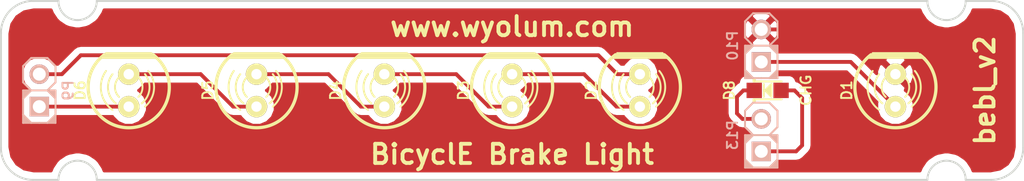
<source format=kicad_pcb>
(kicad_pcb (version 4) (host pcbnew "(2014-09-25 BZR 5147)-product")

  (general
    (links 10)
    (no_connects 0)
    (area 31.030167 64.924999 114.075001 79.075001)
    (thickness 1.6)
    (drawings 23)
    (tracks 32)
    (zones 0)
    (modules 10)
    (nets 11)
  )

  (page A4)
  (layers
    (0 F.Cu signal)
    (31 B.Cu signal)
    (32 B.Adhes user)
    (33 F.Adhes user)
    (34 B.Paste user)
    (35 F.Paste user)
    (36 B.SilkS user)
    (37 F.SilkS user)
    (38 B.Mask user)
    (39 F.Mask user)
    (40 Dwgs.User user)
    (41 Cmts.User user)
    (42 Eco1.User user)
    (43 Eco2.User user)
    (44 Edge.Cuts user)
    (45 Margin user)
    (46 B.CrtYd user)
    (47 F.CrtYd user)
    (48 B.Fab user)
    (49 F.Fab user)
  )

  (setup
    (last_trace_width 0.3)
    (user_trace_width 0.2)
    (user_trace_width 0.3)
    (trace_clearance 0.25)
    (zone_clearance 0.508)
    (zone_45_only no)
    (trace_min 0.2)
    (segment_width 0.2)
    (edge_width 0.15)
    (via_size 0.889)
    (via_drill 0.635)
    (via_min_size 0.889)
    (via_min_drill 0.508)
    (uvia_size 0.508)
    (uvia_drill 0.127)
    (uvias_allowed no)
    (uvia_min_size 0.508)
    (uvia_min_drill 0.127)
    (pcb_text_width 0.3)
    (pcb_text_size 1.5 1.5)
    (mod_edge_width 0.15)
    (mod_text_size 0.8 0.8)
    (mod_text_width 0.15)
    (pad_size 1.524 1.524)
    (pad_drill 1.016)
    (pad_to_mask_clearance 0.2)
    (aux_axis_origin 0 0)
    (visible_elements 7FFFFF7F)
    (pcbplotparams
      (layerselection 0x00030_80000001)
      (usegerberextensions false)
      (excludeedgelayer true)
      (linewidth 0.100000)
      (plotframeref false)
      (viasonmask false)
      (mode 1)
      (useauxorigin false)
      (hpglpennumber 1)
      (hpglpenspeed 20)
      (hpglpendiameter 15)
      (hpglpenoverlay 2)
      (psnegative false)
      (psa4output false)
      (plotreference true)
      (plotvalue true)
      (plotinvisibletext false)
      (padsonsilk false)
      (subtractmaskfromsilk false)
      (outputformat 1)
      (mirror false)
      (drillshape 1)
      (scaleselection 1)
      (outputdirectory ""))
  )

  (net 0 "")
  (net 1 "Net-(D2-Pad1)")
  (net 2 "Net-(D3-Pad1)")
  (net 3 "Net-(D4-Pad1)")
  (net 4 "Net-(D5-Pad1)")
  (net 5 "Net-(D8-Pad2)")
  (net 6 /D1A)
  (net 7 /D1K)
  (net 8 /CATH)
  (net 9 /ANOD)
  (net 10 "Net-(D8-Pad1)")

  (net_class Default "This is the default net class."
    (clearance 0.25)
    (trace_width 0.3)
    (via_dia 0.889)
    (via_drill 0.635)
    (uvia_dia 0.508)
    (uvia_drill 0.127)
    (add_net /ANOD)
    (add_net /CATH)
    (add_net /D1A)
    (add_net /D1K)
    (add_net "Net-(D2-Pad1)")
    (add_net "Net-(D3-Pad1)")
    (add_net "Net-(D4-Pad1)")
    (add_net "Net-(D5-Pad1)")
    (add_net "Net-(D8-Pad1)")
    (add_net "Net-(D8-Pad2)")
  )

  (net_class 0.2mm ""
    (clearance 0.2)
    (trace_width 0.2)
    (via_dia 0.889)
    (via_drill 0.635)
    (uvia_dia 0.508)
    (uvia_drill 0.127)
  )

  (module bebl_v2_pretty:pin_strip_2 (layer B.Cu) (tedit 5451D922) (tstamp 544EEEB9)
    (at 93.5 75.5 90)
    (descr "Pin strip 2pin")
    (tags "CONN DEV")
    (path /544EF97E)
    (fp_text reference P13 (at 0 -2.25 90) (layer B.SilkS)
      (effects (font (size 0.8 0.8) (thickness 0.15)) (justify mirror))
    )
    (fp_text value LED_CHG (at 0 -3.1115 90) (layer B.SilkS) hide
      (effects (font (size 0.8 0.8) (thickness 0.15)) (justify mirror))
    )
    (fp_line (start -2.159 1.2065) (end -2.159 1.0795) (layer B.SilkS) (width 0.1524))
    (fp_line (start -2.286 1.2065) (end -2.286 0.9525) (layer B.SilkS) (width 0.1524))
    (fp_line (start -2.413 1.2065) (end -2.413 0.8255) (layer B.SilkS) (width 0.1524))
    (fp_line (start -0.381 1.2065) (end -0.381 1.0795) (layer B.SilkS) (width 0.1524))
    (fp_line (start -0.254 1.2065) (end -0.254 0.9525) (layer B.SilkS) (width 0.1524))
    (fp_line (start -0.127 1.2065) (end -0.127 0.8255) (layer B.SilkS) (width 0.1524))
    (fp_line (start -0.381 -1.2065) (end -0.381 -1.0795) (layer B.SilkS) (width 0.1524))
    (fp_line (start -0.254 -1.2065) (end -0.254 -0.9525) (layer B.SilkS) (width 0.1524))
    (fp_line (start -0.127 -1.2065) (end -0.127 -0.8255) (layer B.SilkS) (width 0.1524))
    (fp_line (start -2.159 -1.2065) (end -2.159 -1.0795) (layer B.SilkS) (width 0.1524))
    (fp_line (start -2.286 -1.2065) (end -2.286 -0.9525) (layer B.SilkS) (width 0.1524))
    (fp_line (start -2.413 -1.2065) (end -2.413 -0.8255) (layer B.SilkS) (width 0.1524))
    (fp_line (start -1.905 -1.27) (end -2.54 -1.27) (layer B.SilkS) (width 0.1524))
    (fp_line (start -2.54 -1.27) (end -2.54 -0.635) (layer B.SilkS) (width 0.1524))
    (fp_line (start 0 -0.635) (end 0 -1.27) (layer B.SilkS) (width 0.1524))
    (fp_line (start 0 -1.27) (end -0.635 -1.27) (layer B.SilkS) (width 0.1524))
    (fp_line (start -0.635 1.27) (end 0 1.27) (layer B.SilkS) (width 0.1524))
    (fp_line (start 0 1.27) (end 0 0.6985) (layer B.SilkS) (width 0.1524))
    (fp_line (start -2.54 0.635) (end -2.54 1.27) (layer B.SilkS) (width 0.1524))
    (fp_line (start -2.54 1.27) (end -1.905 1.27) (layer B.SilkS) (width 0.1524))
    (fp_line (start 0 0.635) (end 0 -0.635) (layer B.SilkS) (width 0.1524))
    (fp_line (start -2.54 0) (end -2.54 -0.635) (layer B.SilkS) (width 0.1524))
    (fp_line (start -2.54 -0.635) (end -1.905 -1.27) (layer B.SilkS) (width 0.1524))
    (fp_line (start -1.905 -1.27) (end -0.635 -1.27) (layer B.SilkS) (width 0.1524))
    (fp_line (start -0.635 -1.27) (end 0 -0.635) (layer B.SilkS) (width 0.1524))
    (fp_line (start 0 -0.635) (end 0.635 -1.27) (layer B.SilkS) (width 0.1524))
    (fp_line (start 0.635 -1.27) (end 1.905 -1.27) (layer B.SilkS) (width 0.1524))
    (fp_line (start 1.905 -1.27) (end 2.54 -0.635) (layer B.SilkS) (width 0.1524))
    (fp_line (start 2.54 -0.635) (end 2.54 0.635) (layer B.SilkS) (width 0.1524))
    (fp_line (start 2.54 0.635) (end 1.905 1.27) (layer B.SilkS) (width 0.1524))
    (fp_line (start 1.905 1.27) (end 0.635 1.27) (layer B.SilkS) (width 0.1524))
    (fp_line (start 0.635 1.27) (end 0 0.635) (layer B.SilkS) (width 0.1524))
    (fp_line (start 0 0.635) (end -0.635 1.27) (layer B.SilkS) (width 0.1524))
    (fp_line (start -0.635 1.27) (end -1.905 1.27) (layer B.SilkS) (width 0.1524))
    (fp_line (start -1.905 1.27) (end -2.54 0.635) (layer B.SilkS) (width 0.1524))
    (fp_line (start -2.54 0.635) (end -2.54 0) (layer B.SilkS) (width 0.1524))
    (pad 1 thru_hole rect (at -1.27 0 90) (size 1.524 1.524) (drill 1.016) (layers *.Cu *.Mask B.SilkS)
      (net 10 "Net-(D8-Pad1)"))
    (pad 2 thru_hole circle (at 1.27 0 90) (size 1.524 1.524) (drill 1.016) (layers *.Cu *.Mask B.SilkS)
      (net 5 "Net-(D8-Pad2)"))
    (model /home/samata/projects-git/bebl_v2/kicad/3d_modules/pin_strip_2.wrl
      (at (xyz 0 0 0))
      (scale (xyz 1 1 1))
      (rotate (xyz 0 0 0))
    )
    (model /home/anool/projects-git/bebl_v2/kicad/3d_modules/pin_strip_2.wrl
      (at (xyz 0 0 0))
      (scale (xyz 1 1 1))
      (rotate (xyz 0 0 0))
    )
  )

  (module bebl_v2_pretty:pin_strip_2 (layer B.Cu) (tedit 5451D929) (tstamp 544E5706)
    (at 37 72 90)
    (descr "Pin strip 2pin")
    (tags "CONN DEV")
    (path /544E73AB)
    (fp_text reference P9 (at 0 2.25 90) (layer B.SilkS)
      (effects (font (size 0.8 0.8) (thickness 0.15)) (justify mirror))
    )
    (fp_text value LED_DRV (at 0 -3.1115 90) (layer B.SilkS) hide
      (effects (font (size 0.8 0.8) (thickness 0.15)) (justify mirror))
    )
    (fp_line (start -2.159 1.2065) (end -2.159 1.0795) (layer B.SilkS) (width 0.1524))
    (fp_line (start -2.286 1.2065) (end -2.286 0.9525) (layer B.SilkS) (width 0.1524))
    (fp_line (start -2.413 1.2065) (end -2.413 0.8255) (layer B.SilkS) (width 0.1524))
    (fp_line (start -0.381 1.2065) (end -0.381 1.0795) (layer B.SilkS) (width 0.1524))
    (fp_line (start -0.254 1.2065) (end -0.254 0.9525) (layer B.SilkS) (width 0.1524))
    (fp_line (start -0.127 1.2065) (end -0.127 0.8255) (layer B.SilkS) (width 0.1524))
    (fp_line (start -0.381 -1.2065) (end -0.381 -1.0795) (layer B.SilkS) (width 0.1524))
    (fp_line (start -0.254 -1.2065) (end -0.254 -0.9525) (layer B.SilkS) (width 0.1524))
    (fp_line (start -0.127 -1.2065) (end -0.127 -0.8255) (layer B.SilkS) (width 0.1524))
    (fp_line (start -2.159 -1.2065) (end -2.159 -1.0795) (layer B.SilkS) (width 0.1524))
    (fp_line (start -2.286 -1.2065) (end -2.286 -0.9525) (layer B.SilkS) (width 0.1524))
    (fp_line (start -2.413 -1.2065) (end -2.413 -0.8255) (layer B.SilkS) (width 0.1524))
    (fp_line (start -1.905 -1.27) (end -2.54 -1.27) (layer B.SilkS) (width 0.1524))
    (fp_line (start -2.54 -1.27) (end -2.54 -0.635) (layer B.SilkS) (width 0.1524))
    (fp_line (start 0 -0.635) (end 0 -1.27) (layer B.SilkS) (width 0.1524))
    (fp_line (start 0 -1.27) (end -0.635 -1.27) (layer B.SilkS) (width 0.1524))
    (fp_line (start -0.635 1.27) (end 0 1.27) (layer B.SilkS) (width 0.1524))
    (fp_line (start 0 1.27) (end 0 0.6985) (layer B.SilkS) (width 0.1524))
    (fp_line (start -2.54 0.635) (end -2.54 1.27) (layer B.SilkS) (width 0.1524))
    (fp_line (start -2.54 1.27) (end -1.905 1.27) (layer B.SilkS) (width 0.1524))
    (fp_line (start 0 0.635) (end 0 -0.635) (layer B.SilkS) (width 0.1524))
    (fp_line (start -2.54 0) (end -2.54 -0.635) (layer B.SilkS) (width 0.1524))
    (fp_line (start -2.54 -0.635) (end -1.905 -1.27) (layer B.SilkS) (width 0.1524))
    (fp_line (start -1.905 -1.27) (end -0.635 -1.27) (layer B.SilkS) (width 0.1524))
    (fp_line (start -0.635 -1.27) (end 0 -0.635) (layer B.SilkS) (width 0.1524))
    (fp_line (start 0 -0.635) (end 0.635 -1.27) (layer B.SilkS) (width 0.1524))
    (fp_line (start 0.635 -1.27) (end 1.905 -1.27) (layer B.SilkS) (width 0.1524))
    (fp_line (start 1.905 -1.27) (end 2.54 -0.635) (layer B.SilkS) (width 0.1524))
    (fp_line (start 2.54 -0.635) (end 2.54 0.635) (layer B.SilkS) (width 0.1524))
    (fp_line (start 2.54 0.635) (end 1.905 1.27) (layer B.SilkS) (width 0.1524))
    (fp_line (start 1.905 1.27) (end 0.635 1.27) (layer B.SilkS) (width 0.1524))
    (fp_line (start 0.635 1.27) (end 0 0.635) (layer B.SilkS) (width 0.1524))
    (fp_line (start 0 0.635) (end -0.635 1.27) (layer B.SilkS) (width 0.1524))
    (fp_line (start -0.635 1.27) (end -1.905 1.27) (layer B.SilkS) (width 0.1524))
    (fp_line (start -1.905 1.27) (end -2.54 0.635) (layer B.SilkS) (width 0.1524))
    (fp_line (start -2.54 0.635) (end -2.54 0) (layer B.SilkS) (width 0.1524))
    (pad 1 thru_hole rect (at -1.27 0 90) (size 1.524 1.524) (drill 1.016) (layers *.Cu *.Mask B.SilkS)
      (net 9 /ANOD))
    (pad 2 thru_hole circle (at 1.27 0 90) (size 1.524 1.524) (drill 1.016) (layers *.Cu *.Mask B.SilkS)
      (net 8 /CATH))
    (model /home/samata/projects-git/bebl_v2/kicad/3d_modules/pin_strip_2.wrl
      (at (xyz 0 0 0))
      (scale (xyz 1 1 1))
      (rotate (xyz 0 0 0))
    )
    (model /home/anool/projects-git/bebl_v2/kicad/3d_modules/pin_strip_2.wrl
      (at (xyz 0 0 0))
      (scale (xyz 1 1 1))
      (rotate (xyz 0 0 0))
    )
  )

  (module bebl_v2_pretty:pin_strip_2 (layer B.Cu) (tedit 5451D924) (tstamp 544E5730)
    (at 93.5 68.5 90)
    (descr "Pin strip 2pin")
    (tags "CONN DEV")
    (path /544F01FA)
    (fp_text reference P10 (at 0 -2.25 90) (layer B.SilkS)
      (effects (font (size 0.8 0.8) (thickness 0.15)) (justify mirror))
    )
    (fp_text value LED_DRL (at 0 -3.1115 90) (layer B.SilkS) hide
      (effects (font (size 0.8 0.8) (thickness 0.15)) (justify mirror))
    )
    (fp_line (start -2.159 1.2065) (end -2.159 1.0795) (layer B.SilkS) (width 0.1524))
    (fp_line (start -2.286 1.2065) (end -2.286 0.9525) (layer B.SilkS) (width 0.1524))
    (fp_line (start -2.413 1.2065) (end -2.413 0.8255) (layer B.SilkS) (width 0.1524))
    (fp_line (start -0.381 1.2065) (end -0.381 1.0795) (layer B.SilkS) (width 0.1524))
    (fp_line (start -0.254 1.2065) (end -0.254 0.9525) (layer B.SilkS) (width 0.1524))
    (fp_line (start -0.127 1.2065) (end -0.127 0.8255) (layer B.SilkS) (width 0.1524))
    (fp_line (start -0.381 -1.2065) (end -0.381 -1.0795) (layer B.SilkS) (width 0.1524))
    (fp_line (start -0.254 -1.2065) (end -0.254 -0.9525) (layer B.SilkS) (width 0.1524))
    (fp_line (start -0.127 -1.2065) (end -0.127 -0.8255) (layer B.SilkS) (width 0.1524))
    (fp_line (start -2.159 -1.2065) (end -2.159 -1.0795) (layer B.SilkS) (width 0.1524))
    (fp_line (start -2.286 -1.2065) (end -2.286 -0.9525) (layer B.SilkS) (width 0.1524))
    (fp_line (start -2.413 -1.2065) (end -2.413 -0.8255) (layer B.SilkS) (width 0.1524))
    (fp_line (start -1.905 -1.27) (end -2.54 -1.27) (layer B.SilkS) (width 0.1524))
    (fp_line (start -2.54 -1.27) (end -2.54 -0.635) (layer B.SilkS) (width 0.1524))
    (fp_line (start 0 -0.635) (end 0 -1.27) (layer B.SilkS) (width 0.1524))
    (fp_line (start 0 -1.27) (end -0.635 -1.27) (layer B.SilkS) (width 0.1524))
    (fp_line (start -0.635 1.27) (end 0 1.27) (layer B.SilkS) (width 0.1524))
    (fp_line (start 0 1.27) (end 0 0.6985) (layer B.SilkS) (width 0.1524))
    (fp_line (start -2.54 0.635) (end -2.54 1.27) (layer B.SilkS) (width 0.1524))
    (fp_line (start -2.54 1.27) (end -1.905 1.27) (layer B.SilkS) (width 0.1524))
    (fp_line (start 0 0.635) (end 0 -0.635) (layer B.SilkS) (width 0.1524))
    (fp_line (start -2.54 0) (end -2.54 -0.635) (layer B.SilkS) (width 0.1524))
    (fp_line (start -2.54 -0.635) (end -1.905 -1.27) (layer B.SilkS) (width 0.1524))
    (fp_line (start -1.905 -1.27) (end -0.635 -1.27) (layer B.SilkS) (width 0.1524))
    (fp_line (start -0.635 -1.27) (end 0 -0.635) (layer B.SilkS) (width 0.1524))
    (fp_line (start 0 -0.635) (end 0.635 -1.27) (layer B.SilkS) (width 0.1524))
    (fp_line (start 0.635 -1.27) (end 1.905 -1.27) (layer B.SilkS) (width 0.1524))
    (fp_line (start 1.905 -1.27) (end 2.54 -0.635) (layer B.SilkS) (width 0.1524))
    (fp_line (start 2.54 -0.635) (end 2.54 0.635) (layer B.SilkS) (width 0.1524))
    (fp_line (start 2.54 0.635) (end 1.905 1.27) (layer B.SilkS) (width 0.1524))
    (fp_line (start 1.905 1.27) (end 0.635 1.27) (layer B.SilkS) (width 0.1524))
    (fp_line (start 0.635 1.27) (end 0 0.635) (layer B.SilkS) (width 0.1524))
    (fp_line (start 0 0.635) (end -0.635 1.27) (layer B.SilkS) (width 0.1524))
    (fp_line (start -0.635 1.27) (end -1.905 1.27) (layer B.SilkS) (width 0.1524))
    (fp_line (start -1.905 1.27) (end -2.54 0.635) (layer B.SilkS) (width 0.1524))
    (fp_line (start -2.54 0.635) (end -2.54 0) (layer B.SilkS) (width 0.1524))
    (pad 1 thru_hole rect (at -1.27 0 90) (size 1.524 1.524) (drill 1.016) (layers *.Cu *.Mask B.SilkS)
      (net 6 /D1A))
    (pad 2 thru_hole circle (at 1.27 0 90) (size 1.524 1.524) (drill 1.016) (layers *.Cu *.Mask B.SilkS)
      (net 7 /D1K))
    (model /home/samata/projects-git/bebl_v2/kicad/3d_modules/pin_strip_2.wrl
      (at (xyz 0 0 0))
      (scale (xyz 1 1 1))
      (rotate (xyz 0 0 0))
    )
    (model /home/anool/projects-git/bebl_v2/kicad/3d_modules/pin_strip_2.wrl
      (at (xyz 0 0 0))
      (scale (xyz 1 1 1))
      (rotate (xyz 0 0 0))
    )
  )

  (module bebl_v2_pretty:LED-5MM (layer F.Cu) (tedit 5451D684) (tstamp 54545D2F)
    (at 104 72 90)
    (descr "LED 5mm - Lead pitch 100mil (2,54mm)")
    (tags "LED led 5mm 5MM 100mil 2,54mm")
    (path /5431586D)
    (fp_text reference D1 (at 0 -3.81 90) (layer F.SilkS)
      (effects (font (size 0.8 0.8) (thickness 0.15)))
    )
    (fp_text value DRL (at 0 3.81 90) (layer F.SilkS) hide
      (effects (font (size 0.8 0.8) (thickness 0.15)))
    )
    (fp_line (start 2.921 1.778) (end 2.921 -1.778) (layer F.SilkS) (width 0.15))
    (fp_line (start 2.794 -1.905) (end 2.794 1.905) (layer F.SilkS) (width 0.15))
    (fp_line (start 2.667 2.032) (end 2.667 -1.905) (layer F.SilkS) (width 0.15))
    (fp_line (start 2.54 -2.032) (end 2.54 2.286) (layer F.SilkS) (width 0.15))
    (fp_arc (start 0.254 0) (end 1.524 1.524) (angle 90) (layer F.SilkS) (width 0.15))
    (fp_arc (start 0.254 0) (end 1.27 1.27) (angle 90) (layer F.SilkS) (width 0.15))
    (fp_arc (start 0.254 0) (end 1.016 0.762) (angle 90) (layer F.SilkS) (width 0.15))
    (fp_arc (start 0.254 0) (end -1.524 -1.27) (angle 90) (layer F.SilkS) (width 0.15))
    (fp_arc (start 0.254 0) (end -1.016 -1.016) (angle 90) (layer F.SilkS) (width 0.15))
    (fp_arc (start 0.254 0) (end -0.508 -0.762) (angle 90) (layer F.SilkS) (width 0.15))
    (fp_arc (start 0.254 0) (end 2.794 1.905) (angle 286.2) (layer F.SilkS) (width 0.254))
    (pad 1 thru_hole circle (at -1.27 0 90) (size 1.6764 1.6764) (drill 0.8128) (layers *.Cu *.Mask F.SilkS)
      (net 6 /D1A))
    (pad 2 thru_hole circle (at 1.27 0 90) (size 1.6764 1.6764) (drill 0.8128) (layers *.Cu *.Mask F.SilkS)
      (net 7 /D1K))
    (model /home/samata/projects-git/bebl_v2/kicad/3d_modules/led5_vertical.wrl
      (at (xyz 0 0 0))
      (scale (xyz 1 1 1))
      (rotate (xyz 0 0 0))
    )
    (model /home/anool/projects-git/bebl_v2/kicad/3d_modules/led5_vertical.wrl
      (at (xyz 0 0 0))
      (scale (xyz 1 1 1))
      (rotate (xyz 0 0 0))
    )
  )

  (module bebl_v2_pretty:LED-5MM (layer F.Cu) (tedit 5451D67E) (tstamp 54545D40)
    (at 84 72 90)
    (descr "LED 5mm - Lead pitch 100mil (2,54mm)")
    (tags "LED led 5mm 5MM 100mil 2,54mm")
    (path /54487929)
    (fp_text reference D2 (at 0 -3.81 90) (layer F.SilkS)
      (effects (font (size 0.8 0.8) (thickness 0.15)))
    )
    (fp_text value LED_R (at 0 3.81 90) (layer F.SilkS) hide
      (effects (font (size 0.8 0.8) (thickness 0.15)))
    )
    (fp_line (start 2.921 1.778) (end 2.921 -1.778) (layer F.SilkS) (width 0.15))
    (fp_line (start 2.794 -1.905) (end 2.794 1.905) (layer F.SilkS) (width 0.15))
    (fp_line (start 2.667 2.032) (end 2.667 -1.905) (layer F.SilkS) (width 0.15))
    (fp_line (start 2.54 -2.032) (end 2.54 2.286) (layer F.SilkS) (width 0.15))
    (fp_arc (start 0.254 0) (end 1.524 1.524) (angle 90) (layer F.SilkS) (width 0.15))
    (fp_arc (start 0.254 0) (end 1.27 1.27) (angle 90) (layer F.SilkS) (width 0.15))
    (fp_arc (start 0.254 0) (end 1.016 0.762) (angle 90) (layer F.SilkS) (width 0.15))
    (fp_arc (start 0.254 0) (end -1.524 -1.27) (angle 90) (layer F.SilkS) (width 0.15))
    (fp_arc (start 0.254 0) (end -1.016 -1.016) (angle 90) (layer F.SilkS) (width 0.15))
    (fp_arc (start 0.254 0) (end -0.508 -0.762) (angle 90) (layer F.SilkS) (width 0.15))
    (fp_arc (start 0.254 0) (end 2.794 1.905) (angle 286.2) (layer F.SilkS) (width 0.254))
    (pad 1 thru_hole circle (at -1.27 0 90) (size 1.6764 1.6764) (drill 0.8128) (layers *.Cu *.Mask F.SilkS)
      (net 1 "Net-(D2-Pad1)"))
    (pad 2 thru_hole circle (at 1.27 0 90) (size 1.6764 1.6764) (drill 0.8128) (layers *.Cu *.Mask F.SilkS)
      (net 8 /CATH))
    (model /home/samata/projects-git/bebl_v2/kicad/3d_modules/led5_vertical.wrl
      (at (xyz 0 0 0))
      (scale (xyz 1 1 1))
      (rotate (xyz 0 0 0))
    )
    (model /home/anool/projects-git/bebl_v2/kicad/3d_modules/led5_vertical.wrl
      (at (xyz 0 0 0))
      (scale (xyz 1 1 1))
      (rotate (xyz 0 0 0))
    )
  )

  (module bebl_v2_pretty:LED-5MM (layer F.Cu) (tedit 5451D67C) (tstamp 54545D51)
    (at 74 72 90)
    (descr "LED 5mm - Lead pitch 100mil (2,54mm)")
    (tags "LED led 5mm 5MM 100mil 2,54mm")
    (path /54487F12)
    (fp_text reference D3 (at 0 -3.81 90) (layer F.SilkS)
      (effects (font (size 0.8 0.8) (thickness 0.15)))
    )
    (fp_text value LED_R (at 0 3.81 90) (layer F.SilkS) hide
      (effects (font (size 0.8 0.8) (thickness 0.15)))
    )
    (fp_line (start 2.921 1.778) (end 2.921 -1.778) (layer F.SilkS) (width 0.15))
    (fp_line (start 2.794 -1.905) (end 2.794 1.905) (layer F.SilkS) (width 0.15))
    (fp_line (start 2.667 2.032) (end 2.667 -1.905) (layer F.SilkS) (width 0.15))
    (fp_line (start 2.54 -2.032) (end 2.54 2.286) (layer F.SilkS) (width 0.15))
    (fp_arc (start 0.254 0) (end 1.524 1.524) (angle 90) (layer F.SilkS) (width 0.15))
    (fp_arc (start 0.254 0) (end 1.27 1.27) (angle 90) (layer F.SilkS) (width 0.15))
    (fp_arc (start 0.254 0) (end 1.016 0.762) (angle 90) (layer F.SilkS) (width 0.15))
    (fp_arc (start 0.254 0) (end -1.524 -1.27) (angle 90) (layer F.SilkS) (width 0.15))
    (fp_arc (start 0.254 0) (end -1.016 -1.016) (angle 90) (layer F.SilkS) (width 0.15))
    (fp_arc (start 0.254 0) (end -0.508 -0.762) (angle 90) (layer F.SilkS) (width 0.15))
    (fp_arc (start 0.254 0) (end 2.794 1.905) (angle 286.2) (layer F.SilkS) (width 0.254))
    (pad 1 thru_hole circle (at -1.27 0 90) (size 1.6764 1.6764) (drill 0.8128) (layers *.Cu *.Mask F.SilkS)
      (net 2 "Net-(D3-Pad1)"))
    (pad 2 thru_hole circle (at 1.27 0 90) (size 1.6764 1.6764) (drill 0.8128) (layers *.Cu *.Mask F.SilkS)
      (net 1 "Net-(D2-Pad1)"))
    (model /home/samata/projects-git/bebl_v2/kicad/3d_modules/led5_vertical.wrl
      (at (xyz 0 0 0))
      (scale (xyz 1 1 1))
      (rotate (xyz 0 0 0))
    )
    (model /home/anool/projects-git/bebl_v2/kicad/3d_modules/led5_vertical.wrl
      (at (xyz 0 0 0))
      (scale (xyz 1 1 1))
      (rotate (xyz 0 0 0))
    )
  )

  (module bebl_v2_pretty:LED-5MM (layer F.Cu) (tedit 5451D679) (tstamp 54545D62)
    (at 64 72 90)
    (descr "LED 5mm - Lead pitch 100mil (2,54mm)")
    (tags "LED led 5mm 5MM 100mil 2,54mm")
    (path /5448813C)
    (fp_text reference D4 (at 0 -3.81 90) (layer F.SilkS)
      (effects (font (size 0.8 0.8) (thickness 0.15)))
    )
    (fp_text value LED_R (at 0 3.81 90) (layer F.SilkS) hide
      (effects (font (size 0.8 0.8) (thickness 0.15)))
    )
    (fp_line (start 2.921 1.778) (end 2.921 -1.778) (layer F.SilkS) (width 0.15))
    (fp_line (start 2.794 -1.905) (end 2.794 1.905) (layer F.SilkS) (width 0.15))
    (fp_line (start 2.667 2.032) (end 2.667 -1.905) (layer F.SilkS) (width 0.15))
    (fp_line (start 2.54 -2.032) (end 2.54 2.286) (layer F.SilkS) (width 0.15))
    (fp_arc (start 0.254 0) (end 1.524 1.524) (angle 90) (layer F.SilkS) (width 0.15))
    (fp_arc (start 0.254 0) (end 1.27 1.27) (angle 90) (layer F.SilkS) (width 0.15))
    (fp_arc (start 0.254 0) (end 1.016 0.762) (angle 90) (layer F.SilkS) (width 0.15))
    (fp_arc (start 0.254 0) (end -1.524 -1.27) (angle 90) (layer F.SilkS) (width 0.15))
    (fp_arc (start 0.254 0) (end -1.016 -1.016) (angle 90) (layer F.SilkS) (width 0.15))
    (fp_arc (start 0.254 0) (end -0.508 -0.762) (angle 90) (layer F.SilkS) (width 0.15))
    (fp_arc (start 0.254 0) (end 2.794 1.905) (angle 286.2) (layer F.SilkS) (width 0.254))
    (pad 1 thru_hole circle (at -1.27 0 90) (size 1.6764 1.6764) (drill 0.8128) (layers *.Cu *.Mask F.SilkS)
      (net 3 "Net-(D4-Pad1)"))
    (pad 2 thru_hole circle (at 1.27 0 90) (size 1.6764 1.6764) (drill 0.8128) (layers *.Cu *.Mask F.SilkS)
      (net 2 "Net-(D3-Pad1)"))
    (model /home/samata/projects-git/bebl_v2/kicad/3d_modules/led5_vertical.wrl
      (at (xyz 0 0 0))
      (scale (xyz 1 1 1))
      (rotate (xyz 0 0 0))
    )
    (model /home/anool/projects-git/bebl_v2/kicad/3d_modules/led5_vertical.wrl
      (at (xyz 0 0 0))
      (scale (xyz 1 1 1))
      (rotate (xyz 0 0 0))
    )
  )

  (module bebl_v2_pretty:LED-5MM (layer F.Cu) (tedit 5451D677) (tstamp 54545D73)
    (at 54 72 90)
    (descr "LED 5mm - Lead pitch 100mil (2,54mm)")
    (tags "LED led 5mm 5MM 100mil 2,54mm")
    (path /5448836F)
    (fp_text reference D5 (at 0 -3.81 90) (layer F.SilkS)
      (effects (font (size 0.8 0.8) (thickness 0.15)))
    )
    (fp_text value LED_R (at 0 3.81 90) (layer F.SilkS) hide
      (effects (font (size 0.8 0.8) (thickness 0.15)))
    )
    (fp_line (start 2.921 1.778) (end 2.921 -1.778) (layer F.SilkS) (width 0.15))
    (fp_line (start 2.794 -1.905) (end 2.794 1.905) (layer F.SilkS) (width 0.15))
    (fp_line (start 2.667 2.032) (end 2.667 -1.905) (layer F.SilkS) (width 0.15))
    (fp_line (start 2.54 -2.032) (end 2.54 2.286) (layer F.SilkS) (width 0.15))
    (fp_arc (start 0.254 0) (end 1.524 1.524) (angle 90) (layer F.SilkS) (width 0.15))
    (fp_arc (start 0.254 0) (end 1.27 1.27) (angle 90) (layer F.SilkS) (width 0.15))
    (fp_arc (start 0.254 0) (end 1.016 0.762) (angle 90) (layer F.SilkS) (width 0.15))
    (fp_arc (start 0.254 0) (end -1.524 -1.27) (angle 90) (layer F.SilkS) (width 0.15))
    (fp_arc (start 0.254 0) (end -1.016 -1.016) (angle 90) (layer F.SilkS) (width 0.15))
    (fp_arc (start 0.254 0) (end -0.508 -0.762) (angle 90) (layer F.SilkS) (width 0.15))
    (fp_arc (start 0.254 0) (end 2.794 1.905) (angle 286.2) (layer F.SilkS) (width 0.254))
    (pad 1 thru_hole circle (at -1.27 0 90) (size 1.6764 1.6764) (drill 0.8128) (layers *.Cu *.Mask F.SilkS)
      (net 4 "Net-(D5-Pad1)"))
    (pad 2 thru_hole circle (at 1.27 0 90) (size 1.6764 1.6764) (drill 0.8128) (layers *.Cu *.Mask F.SilkS)
      (net 3 "Net-(D4-Pad1)"))
    (model /home/samata/projects-git/bebl_v2/kicad/3d_modules/led5_vertical.wrl
      (at (xyz 0 0 0))
      (scale (xyz 1 1 1))
      (rotate (xyz 0 0 0))
    )
    (model /home/anool/projects-git/bebl_v2/kicad/3d_modules/led5_vertical.wrl
      (at (xyz 0 0 0))
      (scale (xyz 1 1 1))
      (rotate (xyz 0 0 0))
    )
  )

  (module bebl_v2_pretty:LED-5MM (layer F.Cu) (tedit 5451D674) (tstamp 54545D84)
    (at 44 72 90)
    (descr "LED 5mm - Lead pitch 100mil (2,54mm)")
    (tags "LED led 5mm 5MM 100mil 2,54mm")
    (path /544885AB)
    (fp_text reference D6 (at 0 -3.81 90) (layer F.SilkS)
      (effects (font (size 0.8 0.8) (thickness 0.15)))
    )
    (fp_text value LED_R (at 0 3.81 90) (layer F.SilkS) hide
      (effects (font (size 0.8 0.8) (thickness 0.15)))
    )
    (fp_line (start 2.921 1.778) (end 2.921 -1.778) (layer F.SilkS) (width 0.15))
    (fp_line (start 2.794 -1.905) (end 2.794 1.905) (layer F.SilkS) (width 0.15))
    (fp_line (start 2.667 2.032) (end 2.667 -1.905) (layer F.SilkS) (width 0.15))
    (fp_line (start 2.54 -2.032) (end 2.54 2.286) (layer F.SilkS) (width 0.15))
    (fp_arc (start 0.254 0) (end 1.524 1.524) (angle 90) (layer F.SilkS) (width 0.15))
    (fp_arc (start 0.254 0) (end 1.27 1.27) (angle 90) (layer F.SilkS) (width 0.15))
    (fp_arc (start 0.254 0) (end 1.016 0.762) (angle 90) (layer F.SilkS) (width 0.15))
    (fp_arc (start 0.254 0) (end -1.524 -1.27) (angle 90) (layer F.SilkS) (width 0.15))
    (fp_arc (start 0.254 0) (end -1.016 -1.016) (angle 90) (layer F.SilkS) (width 0.15))
    (fp_arc (start 0.254 0) (end -0.508 -0.762) (angle 90) (layer F.SilkS) (width 0.15))
    (fp_arc (start 0.254 0) (end 2.794 1.905) (angle 286.2) (layer F.SilkS) (width 0.254))
    (pad 1 thru_hole circle (at -1.27 0 90) (size 1.6764 1.6764) (drill 0.8128) (layers *.Cu *.Mask F.SilkS)
      (net 9 /ANOD))
    (pad 2 thru_hole circle (at 1.27 0 90) (size 1.6764 1.6764) (drill 0.8128) (layers *.Cu *.Mask F.SilkS)
      (net 4 "Net-(D5-Pad1)"))
    (model /home/samata/projects-git/bebl_v2/kicad/3d_modules/led5_vertical.wrl
      (at (xyz 0 0 0))
      (scale (xyz 1 1 1))
      (rotate (xyz 0 0 0))
    )
    (model /home/anool/projects-git/bebl_v2/kicad/3d_modules/led5_vertical.wrl
      (at (xyz 0 0 0))
      (scale (xyz 1 1 1))
      (rotate (xyz 0 0 0))
    )
  )

  (module bebl_v2_pretty:LED-0805 (layer F.Cu) (tedit 5451D697) (tstamp 54545DB2)
    (at 94 72 180)
    (descr "LED 0805 smd package")
    (tags "LED 0805 SMD")
    (path /5415E4A0)
    (attr smd)
    (fp_text reference D8 (at 3 0 270) (layer F.SilkS)
      (effects (font (size 0.8 0.8) (thickness 0.15)))
    )
    (fp_text value CHG (at -3 0 270) (layer F.SilkS)
      (effects (font (size 0.8 0.8) (thickness 0.15)))
    )
    (fp_line (start 0.3 -0.5) (end 0.3 0.5) (layer F.SilkS) (width 0.15))
    (fp_line (start 0.1 0.1) (end 0.1 -0.1) (layer F.SilkS) (width 0.15))
    (fp_line (start 0 -0.2) (end 0 0.2) (layer F.SilkS) (width 0.15))
    (fp_line (start -0.1 0.3) (end -0.1 -0.3) (layer F.SilkS) (width 0.15))
    (fp_line (start -0.2 -0.4) (end -0.2 0.4) (layer F.SilkS) (width 0.15))
    (fp_line (start -0.3 -0.5) (end -0.3 0.5) (layer F.SilkS) (width 0.15))
    (fp_line (start -0.3 0.5) (end 0.2 0) (layer F.SilkS) (width 0.15))
    (fp_line (start 0.2 0) (end -0.3 -0.5) (layer F.SilkS) (width 0.15))
    (fp_line (start 1.1 0.7) (end 1.1 0.9) (layer F.SilkS) (width 0.15))
    (fp_line (start 1.1 0.9) (end 1 0.9) (layer F.SilkS) (width 0.15))
    (fp_line (start 1 0.9) (end 1 0.7) (layer F.SilkS) (width 0.15))
    (fp_line (start 1.1 -0.7) (end 1.1 -0.9) (layer F.SilkS) (width 0.15))
    (fp_line (start 1.1 -0.9) (end 1 -0.9) (layer F.SilkS) (width 0.15))
    (fp_line (start 1 -0.9) (end 1 -0.7) (layer F.SilkS) (width 0.15))
    (fp_line (start -1.1 -0.7) (end 1.1 -0.7) (layer F.SilkS) (width 0.15))
    (fp_line (start 1.1 0.7) (end -1.1 0.7) (layer F.SilkS) (width 0.15))
    (pad 1 smd rect (at -1.05 0 180) (size 1.2 1.2) (layers F.Cu F.Paste F.Mask)
      (net 10 "Net-(D8-Pad1)"))
    (pad 2 smd rect (at 1.05 0 180) (size 1.2 1.2) (layers F.Cu F.Paste F.Mask)
      (net 5 "Net-(D8-Pad2)"))
    (model /home/samata/projects-git/bebl_v2/kicad/3d_modules/cree_clm3c.wrl
      (at (xyz 0 0 0))
      (scale (xyz 1 1 1))
      (rotate (xyz 0 0 0))
    )
    (model /home/anool/projects-git/bebl_v2/kicad/3d_modules/cree_clm3c.wrl
      (at (xyz 0 0 0))
      (scale (xyz 1 1 1))
      (rotate (xyz 0 0 0))
    )
  )

  (gr_line (start 106.5 65) (end 41.5 65) (angle 90) (layer Edge.Cuts) (width 0.15))
  (gr_text "BicyclE Brake Light" (at 74 77) (layer F.SilkS)
    (effects (font (size 1.5 1.5) (thickness 0.3)))
  )
  (gr_text bebl_v2 (at 111 72 90) (layer F.SilkS)
    (effects (font (size 1.5 1.5) (thickness 0.3)))
  )
  (gr_text www.wyolum.com (at 74 67) (layer F.SilkS)
    (effects (font (size 1.5 1.5) (thickness 0.3)))
  )
  (gr_line (start 36.5 65) (end 38.5 65) (angle 90) (layer Edge.Cuts) (width 0.15))
  (gr_line (start 34 76.5) (end 34 67.5) (angle 90) (layer Edge.Cuts) (width 0.15))
  (gr_line (start 36.5 79) (end 38.5 79) (angle 90) (layer Edge.Cuts) (width 0.15))
  (gr_arc (start 36.5 76.5) (end 36.5 79) (angle 90) (layer Edge.Cuts) (width 0.15))
  (gr_arc (start 36.5 67.5) (end 34 67.5) (angle 90) (layer Edge.Cuts) (width 0.15))
  (gr_line (start 111.5 65) (end 109.5 65) (angle 90) (layer Edge.Cuts) (width 0.15))
  (gr_line (start 114 76.5) (end 114 67.5) (angle 90) (layer Edge.Cuts) (width 0.15))
  (gr_line (start 111.5 79) (end 109.5 79) (angle 90) (layer Edge.Cuts) (width 0.15))
  (gr_arc (start 111.5 76.5) (end 114 76.5) (angle 90) (layer Edge.Cuts) (width 0.15))
  (gr_arc (start 111.5 67.5) (end 111.5 65) (angle 90) (layer Edge.Cuts) (width 0.15))
  (gr_line (start 41.5 79) (end 106.5 79) (angle 90) (layer Edge.Cuts) (width 0.15))
  (gr_arc (start 40 79) (end 40 77.5) (angle 90) (layer Edge.Cuts) (width 0.15))
  (gr_arc (start 40 79) (end 38.5 79) (angle 90) (layer Edge.Cuts) (width 0.15))
  (gr_arc (start 40 65) (end 40 66.5) (angle 90) (layer Edge.Cuts) (width 0.15))
  (gr_arc (start 40 65) (end 41.5 65) (angle 90) (layer Edge.Cuts) (width 0.15))
  (gr_arc (start 108 79) (end 108 77.5) (angle 90) (layer Edge.Cuts) (width 0.15))
  (gr_arc (start 108 79) (end 106.5 79) (angle 90) (layer Edge.Cuts) (width 0.15))
  (gr_arc (start 108 65) (end 108 66.5) (angle 90) (layer Edge.Cuts) (width 0.15))
  (gr_arc (start 108 65) (end 109.5 65) (angle 90) (layer Edge.Cuts) (width 0.15))

  (segment (start 74 70.73) (end 79.63 70.73) (width 0.3) (layer F.Cu) (net 1))
  (segment (start 82.17 73.27) (end 84 73.27) (width 0.3) (layer F.Cu) (net 1) (tstamp 5451D4E6))
  (segment (start 79.63 70.73) (end 82.17 73.27) (width 0.3) (layer F.Cu) (net 1) (tstamp 5451D4E4))
  (segment (start 64 70.73) (end 69.63 70.73) (width 0.3) (layer F.Cu) (net 2))
  (segment (start 72.17 73.27) (end 74 73.27) (width 0.3) (layer F.Cu) (net 2) (tstamp 5451D4E0))
  (segment (start 69.63 70.73) (end 72.17 73.27) (width 0.3) (layer F.Cu) (net 2) (tstamp 5451D4DE))
  (segment (start 54 70.73) (end 59.63 70.73) (width 0.3) (layer F.Cu) (net 3))
  (segment (start 62.17 73.27) (end 64 73.27) (width 0.3) (layer F.Cu) (net 3) (tstamp 5451D4DA))
  (segment (start 59.63 70.73) (end 62.17 73.27) (width 0.3) (layer F.Cu) (net 3) (tstamp 5451D4D8))
  (segment (start 44 70.73) (end 49.63 70.73) (width 0.3) (layer F.Cu) (net 4))
  (segment (start 52.17 73.27) (end 54 73.27) (width 0.3) (layer F.Cu) (net 4) (tstamp 5451D4D4))
  (segment (start 49.63 70.73) (end 52.17 73.27) (width 0.3) (layer F.Cu) (net 4) (tstamp 5451D4CD))
  (segment (start 92.1 72) (end 91.6 72.5) (width 0.3) (layer F.Cu) (net 5) (tstamp 545154C7))
  (segment (start 91.6 72.5) (end 91.6 73.8) (width 0.3) (layer F.Cu) (net 5) (tstamp 545154C8))
  (segment (start 91.6 73.8) (end 92.03 74.23) (width 0.3) (layer F.Cu) (net 5) (tstamp 545154C9))
  (segment (start 92.03 74.23) (end 93.5 74.23) (width 0.3) (layer F.Cu) (net 5) (tstamp 545154CA) (status 20))
  (segment (start 92.95 72) (end 92.1 72) (width 0.3) (layer F.Cu) (net 5) (status 10))
  (segment (start 93.5 69.77) (end 100.5 69.77) (width 0.3) (layer F.Cu) (net 6))
  (segment (start 100.5 69.77) (end 104 73.27) (width 0.3) (layer F.Cu) (net 6) (tstamp 5451D4C7))
  (segment (start 93.5 67.23) (end 100.5 67.23) (width 0.3) (layer F.Cu) (net 7))
  (segment (start 100.5 67.23) (end 104 70.73) (width 0.3) (layer F.Cu) (net 7) (tstamp 5451D4C2))
  (segment (start 37 70.73) (end 38.77 70.73) (width 0.3) (layer F.Cu) (net 8))
  (segment (start 82.23 70.73) (end 84 70.73) (width 0.3) (layer F.Cu) (net 8) (tstamp 5451D4F2))
  (segment (start 80.75 69.25) (end 82.23 70.73) (width 0.3) (layer F.Cu) (net 8) (tstamp 5451D4EE))
  (segment (start 40.25 69.25) (end 80.75 69.25) (width 0.3) (layer F.Cu) (net 8) (tstamp 5451D4EC))
  (segment (start 38.77 70.73) (end 40.25 69.25) (width 0.3) (layer F.Cu) (net 8) (tstamp 5451D4EA))
  (segment (start 37 73.27) (end 44 73.27) (width 0.3) (layer F.Cu) (net 9))
  (segment (start 96.23 76.77) (end 96.7 76.3) (width 0.3) (layer F.Cu) (net 10) (tstamp 545154CD))
  (segment (start 96.7 76.3) (end 96.7 72.6) (width 0.3) (layer F.Cu) (net 10) (tstamp 545154CE))
  (segment (start 96.7 72.6) (end 96.1 72) (width 0.3) (layer F.Cu) (net 10) (tstamp 545154CF))
  (segment (start 96.1 72) (end 95.05 72) (width 0.3) (layer F.Cu) (net 10) (tstamp 545154D0) (status 20))
  (segment (start 93.5 76.77) (end 96.23 76.77) (width 0.3) (layer F.Cu) (net 10) (status 10))

  (zone (net 7) (net_name /D1K) (layer F.Cu) (tstamp 5451D518) (hatch edge 0.508)
    (connect_pads (clearance 0.508))
    (min_thickness 0.254)
    (fill yes (arc_segments 16) (thermal_gap 0.508) (thermal_bridge_width 0.508))
    (polygon
      (pts
        (xy 114 79) (xy 34 79) (xy 34 65) (xy 114 65)
      )
    )
    (filled_polygon
      (pts
        (xy 113.29 76.430069) (xy 113.140893 77.17968) (xy 112.755885 77.755885) (xy 112.179682 78.140892) (xy 111.430069 78.29)
        (xy 110.082681 78.29) (xy 110.082176 78.287461) (xy 110.082176 78.28746) (xy 110.051125 78.212497) (xy 109.976163 78.03152)
        (xy 109.651003 77.544885) (xy 109.455115 77.348997) (xy 108.96848 77.023838) (xy 108.71254 76.917824) (xy 108.138515 76.803643)
        (xy 108.138514 76.803643) (xy 107.861486 76.803643) (xy 107.28746 76.917824) (xy 107.212497 76.948874) (xy 107.03152 77.023837)
        (xy 106.544885 77.348997) (xy 106.348997 77.544885) (xy 106.023838 78.03152) (xy 105.917824 78.28746) (xy 105.917318 78.29)
        (xy 105.484977 78.29) (xy 105.484977 70.955903) (xy 105.458389 70.370431) (xy 105.28549 69.953017) (xy 105.035413 69.874192)
        (xy 104.855808 70.053797) (xy 104.855808 69.694587) (xy 104.776983 69.44451) (xy 104.225903 69.245023) (xy 103.640431 69.271611)
        (xy 103.223017 69.44451) (xy 103.144192 69.694587) (xy 104 70.550395) (xy 104.855808 69.694587) (xy 104.855808 70.053797)
        (xy 104.179605 70.73) (xy 105.035413 71.585808) (xy 105.28549 71.506983) (xy 105.484977 70.955903) (xy 105.484977 78.29)
        (xy 105.473455 78.29) (xy 105.473455 72.978248) (xy 105.249647 72.436589) (xy 104.835591 72.02181) (xy 104.782004 71.999558)
        (xy 104.855808 71.765413) (xy 104 70.909605) (xy 103.985857 70.923747) (xy 103.806252 70.744142) (xy 103.820395 70.73)
        (xy 102.964587 69.874192) (xy 102.71451 69.953017) (xy 102.515023 70.504097) (xy 102.523147 70.682989) (xy 101.055079 69.214921)
        (xy 100.800407 69.044755) (xy 100.5 68.985) (xy 94.909144 68.985) (xy 94.909144 67.437698) (xy 94.881362 66.882632)
        (xy 94.722397 66.498857) (xy 94.480213 66.429392) (xy 94.300608 66.608997) (xy 94.300608 66.249787) (xy 94.231143 66.007603)
        (xy 93.707698 65.820856) (xy 93.152632 65.848638) (xy 92.768857 66.007603) (xy 92.699392 66.249787) (xy 93.5 67.050395)
        (xy 94.300608 66.249787) (xy 94.300608 66.608997) (xy 93.679605 67.23) (xy 94.480213 68.030608) (xy 94.722397 67.961143)
        (xy 94.909144 67.437698) (xy 94.909144 68.985) (xy 94.897 68.985) (xy 94.897 68.881691) (xy 94.800327 68.648302)
        (xy 94.621699 68.469673) (xy 94.38831 68.373) (xy 94.253916 68.373) (xy 94.300608 68.210213) (xy 93.5 67.409605)
        (xy 93.320395 67.58921) (xy 93.320395 67.23) (xy 92.519787 66.429392) (xy 92.277603 66.498857) (xy 92.090856 67.022302)
        (xy 92.118638 67.577368) (xy 92.277603 67.961143) (xy 92.519787 68.030608) (xy 93.320395 67.23) (xy 93.320395 67.58921)
        (xy 92.699392 68.210213) (xy 92.746083 68.373) (xy 92.611691 68.373) (xy 92.378302 68.469673) (xy 92.199673 68.648301)
        (xy 92.103 68.88169) (xy 92.103 69.134309) (xy 92.103 70.658309) (xy 92.158395 70.792046) (xy 91.990302 70.861673)
        (xy 91.811673 71.040301) (xy 91.715 71.27369) (xy 91.715 71.331278) (xy 91.544921 71.444921) (xy 91.044921 71.944921)
        (xy 90.874755 72.199593) (xy 90.815 72.5) (xy 90.815 73.8) (xy 90.874755 74.100407) (xy 91.044921 74.355079)
        (xy 91.474921 74.785079) (xy 91.729594 74.955245) (xy 92.03 75.015) (xy 92.312798 75.015) (xy 92.31499 75.020303)
        (xy 92.667071 75.373) (xy 92.611691 75.373) (xy 92.378302 75.469673) (xy 92.199673 75.648301) (xy 92.103 75.88169)
        (xy 92.103 76.134309) (xy 92.103 77.658309) (xy 92.199673 77.891698) (xy 92.378301 78.070327) (xy 92.61169 78.167)
        (xy 92.864309 78.167) (xy 94.388309 78.167) (xy 94.621698 78.070327) (xy 94.800327 77.891699) (xy 94.897 77.65831)
        (xy 94.897 77.555) (xy 96.23 77.555) (xy 96.530406 77.495245) (xy 96.530407 77.495245) (xy 96.785079 77.325079)
        (xy 97.255079 76.855079) (xy 97.425245 76.600407) (xy 97.425245 76.600406) (xy 97.485 76.3) (xy 97.485 72.6)
        (xy 97.425245 72.299594) (xy 97.425245 72.299593) (xy 97.255079 72.044921) (xy 96.655079 71.444921) (xy 96.400407 71.274755)
        (xy 96.275117 71.249833) (xy 96.188327 71.040302) (xy 96.009699 70.861673) (xy 95.77631 70.765) (xy 95.523691 70.765)
        (xy 94.852807 70.765) (xy 94.897 70.65831) (xy 94.897 70.555) (xy 100.174842 70.555) (xy 102.547143 72.9273)
        (xy 102.527056 72.975677) (xy 102.526545 73.561752) (xy 102.750353 74.103411) (xy 103.164409 74.51819) (xy 103.705677 74.742944)
        (xy 104.291752 74.743455) (xy 104.833411 74.519647) (xy 105.24819 74.105591) (xy 105.472944 73.564323) (xy 105.473455 72.978248)
        (xy 105.473455 78.29) (xy 85.473455 78.29) (xy 85.473455 72.978248) (xy 85.249647 72.436589) (xy 84.835591 72.02181)
        (xy 84.783608 72.000224) (xy 84.833411 71.979647) (xy 85.24819 71.565591) (xy 85.472944 71.024323) (xy 85.473455 70.438248)
        (xy 85.249647 69.896589) (xy 84.835591 69.48181) (xy 84.294323 69.257056) (xy 83.708248 69.256545) (xy 83.166589 69.480353)
        (xy 82.75181 69.894409) (xy 82.730802 69.945) (xy 82.555158 69.945) (xy 81.305079 68.694921) (xy 81.050407 68.524755)
        (xy 80.75 68.465) (xy 40.25 68.465) (xy 39.949593 68.524755) (xy 39.694921 68.694921) (xy 38.444842 69.945)
        (xy 38.187201 69.945) (xy 38.18501 69.939697) (xy 37.79237 69.546371) (xy 37.2791 69.333243) (xy 36.723339 69.332758)
        (xy 36.209697 69.54499) (xy 35.816371 69.93763) (xy 35.603243 70.4509) (xy 35.602758 71.006661) (xy 35.81499 71.520303)
        (xy 36.167071 71.873) (xy 36.111691 71.873) (xy 35.878302 71.969673) (xy 35.699673 72.148301) (xy 35.603 72.38169)
        (xy 35.603 72.634309) (xy 35.603 74.158309) (xy 35.699673 74.391698) (xy 35.878301 74.570327) (xy 36.11169 74.667)
        (xy 36.364309 74.667) (xy 37.888309 74.667) (xy 38.121698 74.570327) (xy 38.300327 74.391699) (xy 38.397 74.15831)
        (xy 38.397 74.055) (xy 42.73035 74.055) (xy 42.750353 74.103411) (xy 43.164409 74.51819) (xy 43.705677 74.742944)
        (xy 44.291752 74.743455) (xy 44.833411 74.519647) (xy 45.24819 74.105591) (xy 45.472944 73.564323) (xy 45.473455 72.978248)
        (xy 45.249647 72.436589) (xy 44.835591 72.02181) (xy 44.783608 72.000224) (xy 44.833411 71.979647) (xy 45.24819 71.565591)
        (xy 45.269197 71.515) (xy 49.304842 71.515) (xy 51.614921 73.825079) (xy 51.869593 73.995244) (xy 51.869594 73.995245)
        (xy 52.17 74.055) (xy 52.73035 74.055) (xy 52.750353 74.103411) (xy 53.164409 74.51819) (xy 53.705677 74.742944)
        (xy 54.291752 74.743455) (xy 54.833411 74.519647) (xy 55.24819 74.105591) (xy 55.472944 73.564323) (xy 55.473455 72.978248)
        (xy 55.249647 72.436589) (xy 54.835591 72.02181) (xy 54.783608 72.000224) (xy 54.833411 71.979647) (xy 55.24819 71.565591)
        (xy 55.269197 71.515) (xy 59.304842 71.515) (xy 61.614921 73.825079) (xy 61.869593 73.995244) (xy 61.869594 73.995245)
        (xy 62.17 74.055) (xy 62.73035 74.055) (xy 62.750353 74.103411) (xy 63.164409 74.51819) (xy 63.705677 74.742944)
        (xy 64.291752 74.743455) (xy 64.833411 74.519647) (xy 65.24819 74.105591) (xy 65.472944 73.564323) (xy 65.473455 72.978248)
        (xy 65.249647 72.436589) (xy 64.835591 72.02181) (xy 64.783608 72.000224) (xy 64.833411 71.979647) (xy 65.24819 71.565591)
        (xy 65.269197 71.515) (xy 69.304842 71.515) (xy 71.614921 73.825079) (xy 71.869593 73.995244) (xy 71.869594 73.995245)
        (xy 72.17 74.055) (xy 72.73035 74.055) (xy 72.750353 74.103411) (xy 73.164409 74.51819) (xy 73.705677 74.742944)
        (xy 74.291752 74.743455) (xy 74.833411 74.519647) (xy 75.24819 74.105591) (xy 75.472944 73.564323) (xy 75.473455 72.978248)
        (xy 75.249647 72.436589) (xy 74.835591 72.02181) (xy 74.783608 72.000224) (xy 74.833411 71.979647) (xy 75.24819 71.565591)
        (xy 75.269197 71.515) (xy 79.304842 71.515) (xy 81.614921 73.825079) (xy 81.869593 73.995244) (xy 81.869594 73.995245)
        (xy 82.17 74.055) (xy 82.73035 74.055) (xy 82.750353 74.103411) (xy 83.164409 74.51819) (xy 83.705677 74.742944)
        (xy 84.291752 74.743455) (xy 84.833411 74.519647) (xy 85.24819 74.105591) (xy 85.472944 73.564323) (xy 85.473455 72.978248)
        (xy 85.473455 78.29) (xy 42.082681 78.29) (xy 42.082176 78.287461) (xy 42.082176 78.28746) (xy 42.051125 78.212497)
        (xy 41.976163 78.03152) (xy 41.651003 77.544885) (xy 41.455115 77.348997) (xy 40.96848 77.023838) (xy 40.71254 76.917824)
        (xy 40.138515 76.803643) (xy 40.138514 76.803643) (xy 39.861486 76.803643) (xy 39.28746 76.917824) (xy 39.212497 76.948874)
        (xy 39.03152 77.023837) (xy 38.544885 77.348997) (xy 38.348997 77.544885) (xy 38.023838 78.03152) (xy 37.917824 78.28746)
        (xy 37.917318 78.29) (xy 36.56993 78.29) (xy 35.820319 78.140893) (xy 35.244114 77.755885) (xy 34.859107 77.179682)
        (xy 34.71 76.430069) (xy 34.71 67.56993) (xy 34.859107 66.820317) (xy 35.244114 66.244114) (xy 35.820319 65.859106)
        (xy 36.56993 65.71) (xy 37.917318 65.71) (xy 37.917824 65.71254) (xy 38.023838 65.96848) (xy 38.348997 66.455115)
        (xy 38.544885 66.651003) (xy 39.03152 66.976163) (xy 39.212497 67.051125) (xy 39.28746 67.082176) (xy 39.287461 67.082176)
        (xy 39.861486 67.196357) (xy 40.138514 67.196357) (xy 40.138515 67.196357) (xy 40.712539 67.082176) (xy 40.71254 67.082176)
        (xy 40.96848 66.976162) (xy 41.455115 66.651003) (xy 41.651003 66.455115) (xy 41.976162 65.96848) (xy 41.976163 65.96848)
        (xy 42.051125 65.787502) (xy 42.082176 65.71254) (xy 42.082176 65.712539) (xy 42.082681 65.71) (xy 105.917318 65.71)
        (xy 105.917824 65.71254) (xy 106.023838 65.96848) (xy 106.348997 66.455115) (xy 106.544885 66.651003) (xy 107.03152 66.976163)
        (xy 107.212497 67.051125) (xy 107.28746 67.082176) (xy 107.287461 67.082176) (xy 107.861486 67.196357) (xy 108.138514 67.196357)
        (xy 108.138515 67.196357) (xy 108.712539 67.082176) (xy 108.71254 67.082176) (xy 108.96848 66.976162) (xy 109.455115 66.651003)
        (xy 109.651003 66.455115) (xy 109.976162 65.96848) (xy 109.976163 65.96848) (xy 110.051125 65.787502) (xy 110.082176 65.71254)
        (xy 110.082176 65.712539) (xy 110.082681 65.71) (xy 111.430069 65.71) (xy 112.179682 65.859107) (xy 112.755885 66.244114)
        (xy 113.140893 66.820319) (xy 113.29 67.56993) (xy 113.29 76.430069)
      )
    )
  )
)

</source>
